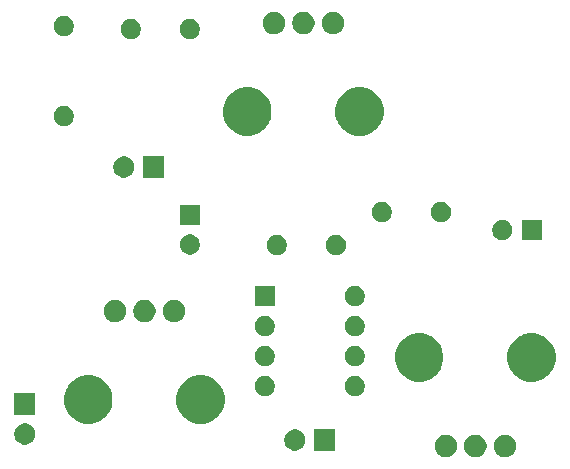
<source format=gbr>
G04 #@! TF.GenerationSoftware,KiCad,Pcbnew,5.1.5-52549c5~84~ubuntu18.04.1*
G04 #@! TF.CreationDate,2020-03-24T22:40:52-05:00*
G04 #@! TF.ProjectId,lm386-guitaramp,6c6d3338-362d-4677-9569-746172616d70,rev?*
G04 #@! TF.SameCoordinates,Original*
G04 #@! TF.FileFunction,Soldermask,Top*
G04 #@! TF.FilePolarity,Negative*
%FSLAX46Y46*%
G04 Gerber Fmt 4.6, Leading zero omitted, Abs format (unit mm)*
G04 Created by KiCad (PCBNEW 5.1.5-52549c5~84~ubuntu18.04.1) date 2020-03-24 22:40:52*
%MOMM*%
%LPD*%
G04 APERTURE LIST*
%ADD10C,0.100000*%
G04 APERTURE END LIST*
D10*
G36*
X247499395Y-137769546D02*
G01*
X247672466Y-137841234D01*
X247672467Y-137841235D01*
X247828227Y-137945310D01*
X247960690Y-138077773D01*
X247967028Y-138087259D01*
X248064766Y-138233534D01*
X248136454Y-138406605D01*
X248173000Y-138590333D01*
X248173000Y-138777667D01*
X248136454Y-138961395D01*
X248064766Y-139134466D01*
X248064765Y-139134467D01*
X247960690Y-139290227D01*
X247828227Y-139422690D01*
X247749818Y-139475081D01*
X247672466Y-139526766D01*
X247499395Y-139598454D01*
X247315667Y-139635000D01*
X247128333Y-139635000D01*
X246944605Y-139598454D01*
X246771534Y-139526766D01*
X246694182Y-139475081D01*
X246615773Y-139422690D01*
X246483310Y-139290227D01*
X246379235Y-139134467D01*
X246379234Y-139134466D01*
X246307546Y-138961395D01*
X246271000Y-138777667D01*
X246271000Y-138590333D01*
X246307546Y-138406605D01*
X246379234Y-138233534D01*
X246476972Y-138087259D01*
X246483310Y-138077773D01*
X246615773Y-137945310D01*
X246771533Y-137841235D01*
X246771534Y-137841234D01*
X246944605Y-137769546D01*
X247128333Y-137733000D01*
X247315667Y-137733000D01*
X247499395Y-137769546D01*
G37*
G36*
X249999395Y-137769546D02*
G01*
X250172466Y-137841234D01*
X250172467Y-137841235D01*
X250328227Y-137945310D01*
X250460690Y-138077773D01*
X250467028Y-138087259D01*
X250564766Y-138233534D01*
X250636454Y-138406605D01*
X250673000Y-138590333D01*
X250673000Y-138777667D01*
X250636454Y-138961395D01*
X250564766Y-139134466D01*
X250564765Y-139134467D01*
X250460690Y-139290227D01*
X250328227Y-139422690D01*
X250249818Y-139475081D01*
X250172466Y-139526766D01*
X249999395Y-139598454D01*
X249815667Y-139635000D01*
X249628333Y-139635000D01*
X249444605Y-139598454D01*
X249271534Y-139526766D01*
X249194182Y-139475081D01*
X249115773Y-139422690D01*
X248983310Y-139290227D01*
X248879235Y-139134467D01*
X248879234Y-139134466D01*
X248807546Y-138961395D01*
X248771000Y-138777667D01*
X248771000Y-138590333D01*
X248807546Y-138406605D01*
X248879234Y-138233534D01*
X248976972Y-138087259D01*
X248983310Y-138077773D01*
X249115773Y-137945310D01*
X249271533Y-137841235D01*
X249271534Y-137841234D01*
X249444605Y-137769546D01*
X249628333Y-137733000D01*
X249815667Y-137733000D01*
X249999395Y-137769546D01*
G37*
G36*
X252499395Y-137769546D02*
G01*
X252672466Y-137841234D01*
X252672467Y-137841235D01*
X252828227Y-137945310D01*
X252960690Y-138077773D01*
X252967028Y-138087259D01*
X253064766Y-138233534D01*
X253136454Y-138406605D01*
X253173000Y-138590333D01*
X253173000Y-138777667D01*
X253136454Y-138961395D01*
X253064766Y-139134466D01*
X253064765Y-139134467D01*
X252960690Y-139290227D01*
X252828227Y-139422690D01*
X252749818Y-139475081D01*
X252672466Y-139526766D01*
X252499395Y-139598454D01*
X252315667Y-139635000D01*
X252128333Y-139635000D01*
X251944605Y-139598454D01*
X251771534Y-139526766D01*
X251694182Y-139475081D01*
X251615773Y-139422690D01*
X251483310Y-139290227D01*
X251379235Y-139134467D01*
X251379234Y-139134466D01*
X251307546Y-138961395D01*
X251271000Y-138777667D01*
X251271000Y-138590333D01*
X251307546Y-138406605D01*
X251379234Y-138233534D01*
X251476972Y-138087259D01*
X251483310Y-138077773D01*
X251615773Y-137945310D01*
X251771533Y-137841235D01*
X251771534Y-137841234D01*
X251944605Y-137769546D01*
X252128333Y-137733000D01*
X252315667Y-137733000D01*
X252499395Y-137769546D01*
G37*
G36*
X237883000Y-139077000D02*
G01*
X236081000Y-139077000D01*
X236081000Y-137275000D01*
X237883000Y-137275000D01*
X237883000Y-139077000D01*
G37*
G36*
X234555512Y-137279927D02*
G01*
X234704812Y-137309624D01*
X234868784Y-137377544D01*
X235016354Y-137476147D01*
X235141853Y-137601646D01*
X235240456Y-137749216D01*
X235308376Y-137913188D01*
X235343000Y-138087259D01*
X235343000Y-138264741D01*
X235308376Y-138438812D01*
X235240456Y-138602784D01*
X235141853Y-138750354D01*
X235016354Y-138875853D01*
X234868784Y-138974456D01*
X234704812Y-139042376D01*
X234555512Y-139072073D01*
X234530742Y-139077000D01*
X234353258Y-139077000D01*
X234328488Y-139072073D01*
X234179188Y-139042376D01*
X234015216Y-138974456D01*
X233867646Y-138875853D01*
X233742147Y-138750354D01*
X233643544Y-138602784D01*
X233575624Y-138438812D01*
X233541000Y-138264741D01*
X233541000Y-138087259D01*
X233575624Y-137913188D01*
X233643544Y-137749216D01*
X233742147Y-137601646D01*
X233867646Y-137476147D01*
X234015216Y-137377544D01*
X234179188Y-137309624D01*
X234328488Y-137279927D01*
X234353258Y-137275000D01*
X234530742Y-137275000D01*
X234555512Y-137279927D01*
G37*
G36*
X211695512Y-136771927D02*
G01*
X211844812Y-136801624D01*
X212008784Y-136869544D01*
X212156354Y-136968147D01*
X212281853Y-137093646D01*
X212380456Y-137241216D01*
X212448376Y-137405188D01*
X212483000Y-137579259D01*
X212483000Y-137756741D01*
X212448376Y-137930812D01*
X212380456Y-138094784D01*
X212281853Y-138242354D01*
X212156354Y-138367853D01*
X212008784Y-138466456D01*
X211844812Y-138534376D01*
X211695512Y-138564073D01*
X211670742Y-138569000D01*
X211493258Y-138569000D01*
X211468488Y-138564073D01*
X211319188Y-138534376D01*
X211155216Y-138466456D01*
X211007646Y-138367853D01*
X210882147Y-138242354D01*
X210783544Y-138094784D01*
X210715624Y-137930812D01*
X210681000Y-137756741D01*
X210681000Y-137579259D01*
X210715624Y-137405188D01*
X210783544Y-137241216D01*
X210882147Y-137093646D01*
X211007646Y-136968147D01*
X211155216Y-136869544D01*
X211319188Y-136801624D01*
X211468488Y-136771927D01*
X211493258Y-136767000D01*
X211670742Y-136767000D01*
X211695512Y-136771927D01*
G37*
G36*
X227050254Y-132781818D02*
G01*
X227423511Y-132936426D01*
X227423513Y-132936427D01*
X227759436Y-133160884D01*
X228045116Y-133446564D01*
X228206316Y-133687816D01*
X228269574Y-133782489D01*
X228424182Y-134155746D01*
X228503000Y-134551993D01*
X228503000Y-134956007D01*
X228424182Y-135352254D01*
X228269574Y-135725511D01*
X228269573Y-135725513D01*
X228045116Y-136061436D01*
X227759436Y-136347116D01*
X227423513Y-136571573D01*
X227423512Y-136571574D01*
X227423511Y-136571574D01*
X227050254Y-136726182D01*
X226654007Y-136805000D01*
X226249993Y-136805000D01*
X225853746Y-136726182D01*
X225480489Y-136571574D01*
X225480488Y-136571574D01*
X225480487Y-136571573D01*
X225144564Y-136347116D01*
X224858884Y-136061436D01*
X224634427Y-135725513D01*
X224634426Y-135725511D01*
X224479818Y-135352254D01*
X224401000Y-134956007D01*
X224401000Y-134551993D01*
X224479818Y-134155746D01*
X224634426Y-133782489D01*
X224697685Y-133687816D01*
X224858884Y-133446564D01*
X225144564Y-133160884D01*
X225480487Y-132936427D01*
X225480489Y-132936426D01*
X225853746Y-132781818D01*
X226249993Y-132703000D01*
X226654007Y-132703000D01*
X227050254Y-132781818D01*
G37*
G36*
X217550254Y-132781818D02*
G01*
X217923511Y-132936426D01*
X217923513Y-132936427D01*
X218259436Y-133160884D01*
X218545116Y-133446564D01*
X218706316Y-133687816D01*
X218769574Y-133782489D01*
X218924182Y-134155746D01*
X219003000Y-134551993D01*
X219003000Y-134956007D01*
X218924182Y-135352254D01*
X218769574Y-135725511D01*
X218769573Y-135725513D01*
X218545116Y-136061436D01*
X218259436Y-136347116D01*
X217923513Y-136571573D01*
X217923512Y-136571574D01*
X217923511Y-136571574D01*
X217550254Y-136726182D01*
X217154007Y-136805000D01*
X216749993Y-136805000D01*
X216353746Y-136726182D01*
X215980489Y-136571574D01*
X215980488Y-136571574D01*
X215980487Y-136571573D01*
X215644564Y-136347116D01*
X215358884Y-136061436D01*
X215134427Y-135725513D01*
X215134426Y-135725511D01*
X214979818Y-135352254D01*
X214901000Y-134956007D01*
X214901000Y-134551993D01*
X214979818Y-134155746D01*
X215134426Y-133782489D01*
X215197685Y-133687816D01*
X215358884Y-133446564D01*
X215644564Y-133160884D01*
X215980487Y-132936427D01*
X215980489Y-132936426D01*
X216353746Y-132781818D01*
X216749993Y-132703000D01*
X217154007Y-132703000D01*
X217550254Y-132781818D01*
G37*
G36*
X212483000Y-136029000D02*
G01*
X210681000Y-136029000D01*
X210681000Y-134227000D01*
X212483000Y-134227000D01*
X212483000Y-136029000D01*
G37*
G36*
X239770228Y-132785703D02*
G01*
X239925100Y-132849853D01*
X240064481Y-132942985D01*
X240183015Y-133061519D01*
X240276147Y-133200900D01*
X240340297Y-133355772D01*
X240373000Y-133520184D01*
X240373000Y-133687816D01*
X240340297Y-133852228D01*
X240276147Y-134007100D01*
X240183015Y-134146481D01*
X240064481Y-134265015D01*
X239925100Y-134358147D01*
X239770228Y-134422297D01*
X239605816Y-134455000D01*
X239438184Y-134455000D01*
X239273772Y-134422297D01*
X239118900Y-134358147D01*
X238979519Y-134265015D01*
X238860985Y-134146481D01*
X238767853Y-134007100D01*
X238703703Y-133852228D01*
X238671000Y-133687816D01*
X238671000Y-133520184D01*
X238703703Y-133355772D01*
X238767853Y-133200900D01*
X238860985Y-133061519D01*
X238979519Y-132942985D01*
X239118900Y-132849853D01*
X239273772Y-132785703D01*
X239438184Y-132753000D01*
X239605816Y-132753000D01*
X239770228Y-132785703D01*
G37*
G36*
X232150228Y-132785703D02*
G01*
X232305100Y-132849853D01*
X232444481Y-132942985D01*
X232563015Y-133061519D01*
X232656147Y-133200900D01*
X232720297Y-133355772D01*
X232753000Y-133520184D01*
X232753000Y-133687816D01*
X232720297Y-133852228D01*
X232656147Y-134007100D01*
X232563015Y-134146481D01*
X232444481Y-134265015D01*
X232305100Y-134358147D01*
X232150228Y-134422297D01*
X231985816Y-134455000D01*
X231818184Y-134455000D01*
X231653772Y-134422297D01*
X231498900Y-134358147D01*
X231359519Y-134265015D01*
X231240985Y-134146481D01*
X231147853Y-134007100D01*
X231083703Y-133852228D01*
X231051000Y-133687816D01*
X231051000Y-133520184D01*
X231083703Y-133355772D01*
X231147853Y-133200900D01*
X231240985Y-133061519D01*
X231359519Y-132942985D01*
X231498900Y-132849853D01*
X231653772Y-132785703D01*
X231818184Y-132753000D01*
X231985816Y-132753000D01*
X232150228Y-132785703D01*
G37*
G36*
X245570254Y-129211818D02*
G01*
X245885258Y-129342297D01*
X245943513Y-129366427D01*
X245956343Y-129375000D01*
X246279436Y-129590884D01*
X246565116Y-129876564D01*
X246789574Y-130212489D01*
X246944182Y-130585746D01*
X247023000Y-130981993D01*
X247023000Y-131386007D01*
X246944182Y-131782254D01*
X246789574Y-132155511D01*
X246789573Y-132155513D01*
X246565116Y-132491436D01*
X246279436Y-132777116D01*
X245943513Y-133001573D01*
X245943512Y-133001574D01*
X245943511Y-133001574D01*
X245570254Y-133156182D01*
X245174007Y-133235000D01*
X244769993Y-133235000D01*
X244373746Y-133156182D01*
X244000489Y-133001574D01*
X244000488Y-133001574D01*
X244000487Y-133001573D01*
X243664564Y-132777116D01*
X243378884Y-132491436D01*
X243154427Y-132155513D01*
X243154426Y-132155511D01*
X242999818Y-131782254D01*
X242921000Y-131386007D01*
X242921000Y-130981993D01*
X242999818Y-130585746D01*
X243154426Y-130212489D01*
X243378884Y-129876564D01*
X243664564Y-129590884D01*
X243987657Y-129375000D01*
X244000487Y-129366427D01*
X244058742Y-129342297D01*
X244373746Y-129211818D01*
X244769993Y-129133000D01*
X245174007Y-129133000D01*
X245570254Y-129211818D01*
G37*
G36*
X255070254Y-129211818D02*
G01*
X255385258Y-129342297D01*
X255443513Y-129366427D01*
X255456343Y-129375000D01*
X255779436Y-129590884D01*
X256065116Y-129876564D01*
X256289574Y-130212489D01*
X256444182Y-130585746D01*
X256523000Y-130981993D01*
X256523000Y-131386007D01*
X256444182Y-131782254D01*
X256289574Y-132155511D01*
X256289573Y-132155513D01*
X256065116Y-132491436D01*
X255779436Y-132777116D01*
X255443513Y-133001573D01*
X255443512Y-133001574D01*
X255443511Y-133001574D01*
X255070254Y-133156182D01*
X254674007Y-133235000D01*
X254269993Y-133235000D01*
X253873746Y-133156182D01*
X253500489Y-133001574D01*
X253500488Y-133001574D01*
X253500487Y-133001573D01*
X253164564Y-132777116D01*
X252878884Y-132491436D01*
X252654427Y-132155513D01*
X252654426Y-132155511D01*
X252499818Y-131782254D01*
X252421000Y-131386007D01*
X252421000Y-130981993D01*
X252499818Y-130585746D01*
X252654426Y-130212489D01*
X252878884Y-129876564D01*
X253164564Y-129590884D01*
X253487657Y-129375000D01*
X253500487Y-129366427D01*
X253558742Y-129342297D01*
X253873746Y-129211818D01*
X254269993Y-129133000D01*
X254674007Y-129133000D01*
X255070254Y-129211818D01*
G37*
G36*
X232150228Y-130245703D02*
G01*
X232305100Y-130309853D01*
X232444481Y-130402985D01*
X232563015Y-130521519D01*
X232656147Y-130660900D01*
X232720297Y-130815772D01*
X232753000Y-130980184D01*
X232753000Y-131147816D01*
X232720297Y-131312228D01*
X232656147Y-131467100D01*
X232563015Y-131606481D01*
X232444481Y-131725015D01*
X232305100Y-131818147D01*
X232150228Y-131882297D01*
X231985816Y-131915000D01*
X231818184Y-131915000D01*
X231653772Y-131882297D01*
X231498900Y-131818147D01*
X231359519Y-131725015D01*
X231240985Y-131606481D01*
X231147853Y-131467100D01*
X231083703Y-131312228D01*
X231051000Y-131147816D01*
X231051000Y-130980184D01*
X231083703Y-130815772D01*
X231147853Y-130660900D01*
X231240985Y-130521519D01*
X231359519Y-130402985D01*
X231498900Y-130309853D01*
X231653772Y-130245703D01*
X231818184Y-130213000D01*
X231985816Y-130213000D01*
X232150228Y-130245703D01*
G37*
G36*
X239770228Y-130245703D02*
G01*
X239925100Y-130309853D01*
X240064481Y-130402985D01*
X240183015Y-130521519D01*
X240276147Y-130660900D01*
X240340297Y-130815772D01*
X240373000Y-130980184D01*
X240373000Y-131147816D01*
X240340297Y-131312228D01*
X240276147Y-131467100D01*
X240183015Y-131606481D01*
X240064481Y-131725015D01*
X239925100Y-131818147D01*
X239770228Y-131882297D01*
X239605816Y-131915000D01*
X239438184Y-131915000D01*
X239273772Y-131882297D01*
X239118900Y-131818147D01*
X238979519Y-131725015D01*
X238860985Y-131606481D01*
X238767853Y-131467100D01*
X238703703Y-131312228D01*
X238671000Y-131147816D01*
X238671000Y-130980184D01*
X238703703Y-130815772D01*
X238767853Y-130660900D01*
X238860985Y-130521519D01*
X238979519Y-130402985D01*
X239118900Y-130309853D01*
X239273772Y-130245703D01*
X239438184Y-130213000D01*
X239605816Y-130213000D01*
X239770228Y-130245703D01*
G37*
G36*
X232150228Y-127705703D02*
G01*
X232305100Y-127769853D01*
X232444481Y-127862985D01*
X232563015Y-127981519D01*
X232656147Y-128120900D01*
X232720297Y-128275772D01*
X232753000Y-128440184D01*
X232753000Y-128607816D01*
X232720297Y-128772228D01*
X232656147Y-128927100D01*
X232563015Y-129066481D01*
X232444481Y-129185015D01*
X232305100Y-129278147D01*
X232150228Y-129342297D01*
X231985816Y-129375000D01*
X231818184Y-129375000D01*
X231653772Y-129342297D01*
X231498900Y-129278147D01*
X231359519Y-129185015D01*
X231240985Y-129066481D01*
X231147853Y-128927100D01*
X231083703Y-128772228D01*
X231051000Y-128607816D01*
X231051000Y-128440184D01*
X231083703Y-128275772D01*
X231147853Y-128120900D01*
X231240985Y-127981519D01*
X231359519Y-127862985D01*
X231498900Y-127769853D01*
X231653772Y-127705703D01*
X231818184Y-127673000D01*
X231985816Y-127673000D01*
X232150228Y-127705703D01*
G37*
G36*
X239770228Y-127705703D02*
G01*
X239925100Y-127769853D01*
X240064481Y-127862985D01*
X240183015Y-127981519D01*
X240276147Y-128120900D01*
X240340297Y-128275772D01*
X240373000Y-128440184D01*
X240373000Y-128607816D01*
X240340297Y-128772228D01*
X240276147Y-128927100D01*
X240183015Y-129066481D01*
X240064481Y-129185015D01*
X239925100Y-129278147D01*
X239770228Y-129342297D01*
X239605816Y-129375000D01*
X239438184Y-129375000D01*
X239273772Y-129342297D01*
X239118900Y-129278147D01*
X238979519Y-129185015D01*
X238860985Y-129066481D01*
X238767853Y-128927100D01*
X238703703Y-128772228D01*
X238671000Y-128607816D01*
X238671000Y-128440184D01*
X238703703Y-128275772D01*
X238767853Y-128120900D01*
X238860985Y-127981519D01*
X238979519Y-127862985D01*
X239118900Y-127769853D01*
X239273772Y-127705703D01*
X239438184Y-127673000D01*
X239605816Y-127673000D01*
X239770228Y-127705703D01*
G37*
G36*
X221979395Y-126339546D02*
G01*
X222152466Y-126411234D01*
X222152467Y-126411235D01*
X222308227Y-126515310D01*
X222440690Y-126647773D01*
X222440691Y-126647775D01*
X222544766Y-126803534D01*
X222616454Y-126976605D01*
X222653000Y-127160333D01*
X222653000Y-127347667D01*
X222616454Y-127531395D01*
X222544766Y-127704466D01*
X222544765Y-127704467D01*
X222440690Y-127860227D01*
X222308227Y-127992690D01*
X222229818Y-128045081D01*
X222152466Y-128096766D01*
X221979395Y-128168454D01*
X221795667Y-128205000D01*
X221608333Y-128205000D01*
X221424605Y-128168454D01*
X221251534Y-128096766D01*
X221174182Y-128045081D01*
X221095773Y-127992690D01*
X220963310Y-127860227D01*
X220859235Y-127704467D01*
X220859234Y-127704466D01*
X220787546Y-127531395D01*
X220751000Y-127347667D01*
X220751000Y-127160333D01*
X220787546Y-126976605D01*
X220859234Y-126803534D01*
X220963309Y-126647775D01*
X220963310Y-126647773D01*
X221095773Y-126515310D01*
X221251533Y-126411235D01*
X221251534Y-126411234D01*
X221424605Y-126339546D01*
X221608333Y-126303000D01*
X221795667Y-126303000D01*
X221979395Y-126339546D01*
G37*
G36*
X224479395Y-126339546D02*
G01*
X224652466Y-126411234D01*
X224652467Y-126411235D01*
X224808227Y-126515310D01*
X224940690Y-126647773D01*
X224940691Y-126647775D01*
X225044766Y-126803534D01*
X225116454Y-126976605D01*
X225153000Y-127160333D01*
X225153000Y-127347667D01*
X225116454Y-127531395D01*
X225044766Y-127704466D01*
X225044765Y-127704467D01*
X224940690Y-127860227D01*
X224808227Y-127992690D01*
X224729818Y-128045081D01*
X224652466Y-128096766D01*
X224479395Y-128168454D01*
X224295667Y-128205000D01*
X224108333Y-128205000D01*
X223924605Y-128168454D01*
X223751534Y-128096766D01*
X223674182Y-128045081D01*
X223595773Y-127992690D01*
X223463310Y-127860227D01*
X223359235Y-127704467D01*
X223359234Y-127704466D01*
X223287546Y-127531395D01*
X223251000Y-127347667D01*
X223251000Y-127160333D01*
X223287546Y-126976605D01*
X223359234Y-126803534D01*
X223463309Y-126647775D01*
X223463310Y-126647773D01*
X223595773Y-126515310D01*
X223751533Y-126411235D01*
X223751534Y-126411234D01*
X223924605Y-126339546D01*
X224108333Y-126303000D01*
X224295667Y-126303000D01*
X224479395Y-126339546D01*
G37*
G36*
X219479395Y-126339546D02*
G01*
X219652466Y-126411234D01*
X219652467Y-126411235D01*
X219808227Y-126515310D01*
X219940690Y-126647773D01*
X219940691Y-126647775D01*
X220044766Y-126803534D01*
X220116454Y-126976605D01*
X220153000Y-127160333D01*
X220153000Y-127347667D01*
X220116454Y-127531395D01*
X220044766Y-127704466D01*
X220044765Y-127704467D01*
X219940690Y-127860227D01*
X219808227Y-127992690D01*
X219729818Y-128045081D01*
X219652466Y-128096766D01*
X219479395Y-128168454D01*
X219295667Y-128205000D01*
X219108333Y-128205000D01*
X218924605Y-128168454D01*
X218751534Y-128096766D01*
X218674182Y-128045081D01*
X218595773Y-127992690D01*
X218463310Y-127860227D01*
X218359235Y-127704467D01*
X218359234Y-127704466D01*
X218287546Y-127531395D01*
X218251000Y-127347667D01*
X218251000Y-127160333D01*
X218287546Y-126976605D01*
X218359234Y-126803534D01*
X218463309Y-126647775D01*
X218463310Y-126647773D01*
X218595773Y-126515310D01*
X218751533Y-126411235D01*
X218751534Y-126411234D01*
X218924605Y-126339546D01*
X219108333Y-126303000D01*
X219295667Y-126303000D01*
X219479395Y-126339546D01*
G37*
G36*
X239770228Y-125165703D02*
G01*
X239925100Y-125229853D01*
X240064481Y-125322985D01*
X240183015Y-125441519D01*
X240276147Y-125580900D01*
X240340297Y-125735772D01*
X240373000Y-125900184D01*
X240373000Y-126067816D01*
X240340297Y-126232228D01*
X240276147Y-126387100D01*
X240183015Y-126526481D01*
X240064481Y-126645015D01*
X239925100Y-126738147D01*
X239770228Y-126802297D01*
X239605816Y-126835000D01*
X239438184Y-126835000D01*
X239273772Y-126802297D01*
X239118900Y-126738147D01*
X238979519Y-126645015D01*
X238860985Y-126526481D01*
X238767853Y-126387100D01*
X238703703Y-126232228D01*
X238671000Y-126067816D01*
X238671000Y-125900184D01*
X238703703Y-125735772D01*
X238767853Y-125580900D01*
X238860985Y-125441519D01*
X238979519Y-125322985D01*
X239118900Y-125229853D01*
X239273772Y-125165703D01*
X239438184Y-125133000D01*
X239605816Y-125133000D01*
X239770228Y-125165703D01*
G37*
G36*
X232753000Y-126835000D02*
G01*
X231051000Y-126835000D01*
X231051000Y-125133000D01*
X232753000Y-125133000D01*
X232753000Y-126835000D01*
G37*
G36*
X238166228Y-120847703D02*
G01*
X238321100Y-120911853D01*
X238460481Y-121004985D01*
X238579015Y-121123519D01*
X238672147Y-121262900D01*
X238736297Y-121417772D01*
X238769000Y-121582184D01*
X238769000Y-121749816D01*
X238736297Y-121914228D01*
X238672147Y-122069100D01*
X238579015Y-122208481D01*
X238460481Y-122327015D01*
X238321100Y-122420147D01*
X238166228Y-122484297D01*
X238001816Y-122517000D01*
X237834184Y-122517000D01*
X237669772Y-122484297D01*
X237514900Y-122420147D01*
X237375519Y-122327015D01*
X237256985Y-122208481D01*
X237163853Y-122069100D01*
X237099703Y-121914228D01*
X237067000Y-121749816D01*
X237067000Y-121582184D01*
X237099703Y-121417772D01*
X237163853Y-121262900D01*
X237256985Y-121123519D01*
X237375519Y-121004985D01*
X237514900Y-120911853D01*
X237669772Y-120847703D01*
X237834184Y-120815000D01*
X238001816Y-120815000D01*
X238166228Y-120847703D01*
G37*
G36*
X233166228Y-120847703D02*
G01*
X233321100Y-120911853D01*
X233460481Y-121004985D01*
X233579015Y-121123519D01*
X233672147Y-121262900D01*
X233736297Y-121417772D01*
X233769000Y-121582184D01*
X233769000Y-121749816D01*
X233736297Y-121914228D01*
X233672147Y-122069100D01*
X233579015Y-122208481D01*
X233460481Y-122327015D01*
X233321100Y-122420147D01*
X233166228Y-122484297D01*
X233001816Y-122517000D01*
X232834184Y-122517000D01*
X232669772Y-122484297D01*
X232514900Y-122420147D01*
X232375519Y-122327015D01*
X232256985Y-122208481D01*
X232163853Y-122069100D01*
X232099703Y-121914228D01*
X232067000Y-121749816D01*
X232067000Y-121582184D01*
X232099703Y-121417772D01*
X232163853Y-121262900D01*
X232256985Y-121123519D01*
X232375519Y-121004985D01*
X232514900Y-120911853D01*
X232669772Y-120847703D01*
X232834184Y-120815000D01*
X233001816Y-120815000D01*
X233166228Y-120847703D01*
G37*
G36*
X225800228Y-120807703D02*
G01*
X225955100Y-120871853D01*
X226094481Y-120964985D01*
X226213015Y-121083519D01*
X226306147Y-121222900D01*
X226370297Y-121377772D01*
X226403000Y-121542184D01*
X226403000Y-121709816D01*
X226370297Y-121874228D01*
X226306147Y-122029100D01*
X226213015Y-122168481D01*
X226094481Y-122287015D01*
X225955100Y-122380147D01*
X225800228Y-122444297D01*
X225635816Y-122477000D01*
X225468184Y-122477000D01*
X225303772Y-122444297D01*
X225148900Y-122380147D01*
X225009519Y-122287015D01*
X224890985Y-122168481D01*
X224797853Y-122029100D01*
X224733703Y-121874228D01*
X224701000Y-121709816D01*
X224701000Y-121542184D01*
X224733703Y-121377772D01*
X224797853Y-121222900D01*
X224890985Y-121083519D01*
X225009519Y-120964985D01*
X225148900Y-120871853D01*
X225303772Y-120807703D01*
X225468184Y-120775000D01*
X225635816Y-120775000D01*
X225800228Y-120807703D01*
G37*
G36*
X252256228Y-119577703D02*
G01*
X252411100Y-119641853D01*
X252550481Y-119734985D01*
X252669015Y-119853519D01*
X252762147Y-119992900D01*
X252826297Y-120147772D01*
X252859000Y-120312184D01*
X252859000Y-120479816D01*
X252826297Y-120644228D01*
X252762147Y-120799100D01*
X252669015Y-120938481D01*
X252550481Y-121057015D01*
X252411100Y-121150147D01*
X252256228Y-121214297D01*
X252091816Y-121247000D01*
X251924184Y-121247000D01*
X251759772Y-121214297D01*
X251604900Y-121150147D01*
X251465519Y-121057015D01*
X251346985Y-120938481D01*
X251253853Y-120799100D01*
X251189703Y-120644228D01*
X251157000Y-120479816D01*
X251157000Y-120312184D01*
X251189703Y-120147772D01*
X251253853Y-119992900D01*
X251346985Y-119853519D01*
X251465519Y-119734985D01*
X251604900Y-119641853D01*
X251759772Y-119577703D01*
X251924184Y-119545000D01*
X252091816Y-119545000D01*
X252256228Y-119577703D01*
G37*
G36*
X255359000Y-121247000D02*
G01*
X253657000Y-121247000D01*
X253657000Y-119545000D01*
X255359000Y-119545000D01*
X255359000Y-121247000D01*
G37*
G36*
X226403000Y-119977000D02*
G01*
X224701000Y-119977000D01*
X224701000Y-118275000D01*
X226403000Y-118275000D01*
X226403000Y-119977000D01*
G37*
G36*
X242056228Y-118053703D02*
G01*
X242211100Y-118117853D01*
X242350481Y-118210985D01*
X242469015Y-118329519D01*
X242562147Y-118468900D01*
X242626297Y-118623772D01*
X242659000Y-118788184D01*
X242659000Y-118955816D01*
X242626297Y-119120228D01*
X242562147Y-119275100D01*
X242469015Y-119414481D01*
X242350481Y-119533015D01*
X242211100Y-119626147D01*
X242056228Y-119690297D01*
X241891816Y-119723000D01*
X241724184Y-119723000D01*
X241559772Y-119690297D01*
X241404900Y-119626147D01*
X241265519Y-119533015D01*
X241146985Y-119414481D01*
X241053853Y-119275100D01*
X240989703Y-119120228D01*
X240957000Y-118955816D01*
X240957000Y-118788184D01*
X240989703Y-118623772D01*
X241053853Y-118468900D01*
X241146985Y-118329519D01*
X241265519Y-118210985D01*
X241404900Y-118117853D01*
X241559772Y-118053703D01*
X241724184Y-118021000D01*
X241891816Y-118021000D01*
X242056228Y-118053703D01*
G37*
G36*
X247056228Y-118053703D02*
G01*
X247211100Y-118117853D01*
X247350481Y-118210985D01*
X247469015Y-118329519D01*
X247562147Y-118468900D01*
X247626297Y-118623772D01*
X247659000Y-118788184D01*
X247659000Y-118955816D01*
X247626297Y-119120228D01*
X247562147Y-119275100D01*
X247469015Y-119414481D01*
X247350481Y-119533015D01*
X247211100Y-119626147D01*
X247056228Y-119690297D01*
X246891816Y-119723000D01*
X246724184Y-119723000D01*
X246559772Y-119690297D01*
X246404900Y-119626147D01*
X246265519Y-119533015D01*
X246146985Y-119414481D01*
X246053853Y-119275100D01*
X245989703Y-119120228D01*
X245957000Y-118955816D01*
X245957000Y-118788184D01*
X245989703Y-118623772D01*
X246053853Y-118468900D01*
X246146985Y-118329519D01*
X246265519Y-118210985D01*
X246404900Y-118117853D01*
X246559772Y-118053703D01*
X246724184Y-118021000D01*
X246891816Y-118021000D01*
X247056228Y-118053703D01*
G37*
G36*
X220077512Y-114165927D02*
G01*
X220226812Y-114195624D01*
X220390784Y-114263544D01*
X220538354Y-114362147D01*
X220663853Y-114487646D01*
X220762456Y-114635216D01*
X220830376Y-114799188D01*
X220865000Y-114973259D01*
X220865000Y-115150741D01*
X220830376Y-115324812D01*
X220762456Y-115488784D01*
X220663853Y-115636354D01*
X220538354Y-115761853D01*
X220390784Y-115860456D01*
X220226812Y-115928376D01*
X220077512Y-115958073D01*
X220052742Y-115963000D01*
X219875258Y-115963000D01*
X219850488Y-115958073D01*
X219701188Y-115928376D01*
X219537216Y-115860456D01*
X219389646Y-115761853D01*
X219264147Y-115636354D01*
X219165544Y-115488784D01*
X219097624Y-115324812D01*
X219063000Y-115150741D01*
X219063000Y-114973259D01*
X219097624Y-114799188D01*
X219165544Y-114635216D01*
X219264147Y-114487646D01*
X219389646Y-114362147D01*
X219537216Y-114263544D01*
X219701188Y-114195624D01*
X219850488Y-114165927D01*
X219875258Y-114161000D01*
X220052742Y-114161000D01*
X220077512Y-114165927D01*
G37*
G36*
X223405000Y-115963000D02*
G01*
X221603000Y-115963000D01*
X221603000Y-114161000D01*
X223405000Y-114161000D01*
X223405000Y-115963000D01*
G37*
G36*
X240512254Y-108397818D02*
G01*
X240885511Y-108552426D01*
X240885513Y-108552427D01*
X241221436Y-108776884D01*
X241507116Y-109062564D01*
X241731574Y-109398489D01*
X241886182Y-109771746D01*
X241965000Y-110167993D01*
X241965000Y-110572007D01*
X241886182Y-110968254D01*
X241754368Y-111286481D01*
X241731573Y-111341513D01*
X241507116Y-111677436D01*
X241221436Y-111963116D01*
X240885513Y-112187573D01*
X240885512Y-112187574D01*
X240885511Y-112187574D01*
X240512254Y-112342182D01*
X240116007Y-112421000D01*
X239711993Y-112421000D01*
X239315746Y-112342182D01*
X238942489Y-112187574D01*
X238942488Y-112187574D01*
X238942487Y-112187573D01*
X238606564Y-111963116D01*
X238320884Y-111677436D01*
X238096427Y-111341513D01*
X238073632Y-111286481D01*
X237941818Y-110968254D01*
X237863000Y-110572007D01*
X237863000Y-110167993D01*
X237941818Y-109771746D01*
X238096426Y-109398489D01*
X238320884Y-109062564D01*
X238606564Y-108776884D01*
X238942487Y-108552427D01*
X238942489Y-108552426D01*
X239315746Y-108397818D01*
X239711993Y-108319000D01*
X240116007Y-108319000D01*
X240512254Y-108397818D01*
G37*
G36*
X231012254Y-108397818D02*
G01*
X231385511Y-108552426D01*
X231385513Y-108552427D01*
X231721436Y-108776884D01*
X232007116Y-109062564D01*
X232231574Y-109398489D01*
X232386182Y-109771746D01*
X232465000Y-110167993D01*
X232465000Y-110572007D01*
X232386182Y-110968254D01*
X232254368Y-111286481D01*
X232231573Y-111341513D01*
X232007116Y-111677436D01*
X231721436Y-111963116D01*
X231385513Y-112187573D01*
X231385512Y-112187574D01*
X231385511Y-112187574D01*
X231012254Y-112342182D01*
X230616007Y-112421000D01*
X230211993Y-112421000D01*
X229815746Y-112342182D01*
X229442489Y-112187574D01*
X229442488Y-112187574D01*
X229442487Y-112187573D01*
X229106564Y-111963116D01*
X228820884Y-111677436D01*
X228596427Y-111341513D01*
X228573632Y-111286481D01*
X228441818Y-110968254D01*
X228363000Y-110572007D01*
X228363000Y-110167993D01*
X228441818Y-109771746D01*
X228596426Y-109398489D01*
X228820884Y-109062564D01*
X229106564Y-108776884D01*
X229442487Y-108552427D01*
X229442489Y-108552426D01*
X229815746Y-108397818D01*
X230211993Y-108319000D01*
X230616007Y-108319000D01*
X231012254Y-108397818D01*
G37*
G36*
X215132228Y-109925703D02*
G01*
X215287100Y-109989853D01*
X215426481Y-110082985D01*
X215545015Y-110201519D01*
X215638147Y-110340900D01*
X215702297Y-110495772D01*
X215735000Y-110660184D01*
X215735000Y-110827816D01*
X215702297Y-110992228D01*
X215638147Y-111147100D01*
X215545015Y-111286481D01*
X215426481Y-111405015D01*
X215287100Y-111498147D01*
X215132228Y-111562297D01*
X214967816Y-111595000D01*
X214800184Y-111595000D01*
X214635772Y-111562297D01*
X214480900Y-111498147D01*
X214341519Y-111405015D01*
X214222985Y-111286481D01*
X214129853Y-111147100D01*
X214065703Y-110992228D01*
X214033000Y-110827816D01*
X214033000Y-110660184D01*
X214065703Y-110495772D01*
X214129853Y-110340900D01*
X214222985Y-110201519D01*
X214341519Y-110082985D01*
X214480900Y-109989853D01*
X214635772Y-109925703D01*
X214800184Y-109893000D01*
X214967816Y-109893000D01*
X215132228Y-109925703D01*
G37*
G36*
X220800228Y-102559703D02*
G01*
X220955100Y-102623853D01*
X221094481Y-102716985D01*
X221213015Y-102835519D01*
X221306147Y-102974900D01*
X221370297Y-103129772D01*
X221403000Y-103294184D01*
X221403000Y-103461816D01*
X221370297Y-103626228D01*
X221306147Y-103781100D01*
X221213015Y-103920481D01*
X221094481Y-104039015D01*
X220955100Y-104132147D01*
X220800228Y-104196297D01*
X220635816Y-104229000D01*
X220468184Y-104229000D01*
X220303772Y-104196297D01*
X220148900Y-104132147D01*
X220009519Y-104039015D01*
X219890985Y-103920481D01*
X219797853Y-103781100D01*
X219733703Y-103626228D01*
X219701000Y-103461816D01*
X219701000Y-103294184D01*
X219733703Y-103129772D01*
X219797853Y-102974900D01*
X219890985Y-102835519D01*
X220009519Y-102716985D01*
X220148900Y-102623853D01*
X220303772Y-102559703D01*
X220468184Y-102527000D01*
X220635816Y-102527000D01*
X220800228Y-102559703D01*
G37*
G36*
X225800228Y-102559703D02*
G01*
X225955100Y-102623853D01*
X226094481Y-102716985D01*
X226213015Y-102835519D01*
X226306147Y-102974900D01*
X226370297Y-103129772D01*
X226403000Y-103294184D01*
X226403000Y-103461816D01*
X226370297Y-103626228D01*
X226306147Y-103781100D01*
X226213015Y-103920481D01*
X226094481Y-104039015D01*
X225955100Y-104132147D01*
X225800228Y-104196297D01*
X225635816Y-104229000D01*
X225468184Y-104229000D01*
X225303772Y-104196297D01*
X225148900Y-104132147D01*
X225009519Y-104039015D01*
X224890985Y-103920481D01*
X224797853Y-103781100D01*
X224733703Y-103626228D01*
X224701000Y-103461816D01*
X224701000Y-103294184D01*
X224733703Y-103129772D01*
X224797853Y-102974900D01*
X224890985Y-102835519D01*
X225009519Y-102716985D01*
X225148900Y-102623853D01*
X225303772Y-102559703D01*
X225468184Y-102527000D01*
X225635816Y-102527000D01*
X225800228Y-102559703D01*
G37*
G36*
X215132228Y-102305703D02*
G01*
X215287100Y-102369853D01*
X215426481Y-102462985D01*
X215545015Y-102581519D01*
X215638147Y-102720900D01*
X215702297Y-102875772D01*
X215735000Y-103040184D01*
X215735000Y-103207816D01*
X215702297Y-103372228D01*
X215638147Y-103527100D01*
X215545015Y-103666481D01*
X215426481Y-103785015D01*
X215287100Y-103878147D01*
X215132228Y-103942297D01*
X214967816Y-103975000D01*
X214800184Y-103975000D01*
X214635772Y-103942297D01*
X214480900Y-103878147D01*
X214341519Y-103785015D01*
X214222985Y-103666481D01*
X214129853Y-103527100D01*
X214065703Y-103372228D01*
X214033000Y-103207816D01*
X214033000Y-103040184D01*
X214065703Y-102875772D01*
X214129853Y-102720900D01*
X214222985Y-102581519D01*
X214341519Y-102462985D01*
X214480900Y-102369853D01*
X214635772Y-102305703D01*
X214800184Y-102273000D01*
X214967816Y-102273000D01*
X215132228Y-102305703D01*
G37*
G36*
X232941395Y-101955546D02*
G01*
X233114466Y-102027234D01*
X233114467Y-102027235D01*
X233270227Y-102131310D01*
X233402690Y-102263773D01*
X233430708Y-102305705D01*
X233506766Y-102419534D01*
X233578454Y-102592605D01*
X233615000Y-102776333D01*
X233615000Y-102963667D01*
X233578454Y-103147395D01*
X233506766Y-103320466D01*
X233506765Y-103320467D01*
X233402690Y-103476227D01*
X233270227Y-103608690D01*
X233243979Y-103626228D01*
X233114466Y-103712766D01*
X232941395Y-103784454D01*
X232757667Y-103821000D01*
X232570333Y-103821000D01*
X232386605Y-103784454D01*
X232213534Y-103712766D01*
X232084021Y-103626228D01*
X232057773Y-103608690D01*
X231925310Y-103476227D01*
X231821235Y-103320467D01*
X231821234Y-103320466D01*
X231749546Y-103147395D01*
X231713000Y-102963667D01*
X231713000Y-102776333D01*
X231749546Y-102592605D01*
X231821234Y-102419534D01*
X231897292Y-102305705D01*
X231925310Y-102263773D01*
X232057773Y-102131310D01*
X232213533Y-102027235D01*
X232213534Y-102027234D01*
X232386605Y-101955546D01*
X232570333Y-101919000D01*
X232757667Y-101919000D01*
X232941395Y-101955546D01*
G37*
G36*
X235441395Y-101955546D02*
G01*
X235614466Y-102027234D01*
X235614467Y-102027235D01*
X235770227Y-102131310D01*
X235902690Y-102263773D01*
X235930708Y-102305705D01*
X236006766Y-102419534D01*
X236078454Y-102592605D01*
X236115000Y-102776333D01*
X236115000Y-102963667D01*
X236078454Y-103147395D01*
X236006766Y-103320466D01*
X236006765Y-103320467D01*
X235902690Y-103476227D01*
X235770227Y-103608690D01*
X235743979Y-103626228D01*
X235614466Y-103712766D01*
X235441395Y-103784454D01*
X235257667Y-103821000D01*
X235070333Y-103821000D01*
X234886605Y-103784454D01*
X234713534Y-103712766D01*
X234584021Y-103626228D01*
X234557773Y-103608690D01*
X234425310Y-103476227D01*
X234321235Y-103320467D01*
X234321234Y-103320466D01*
X234249546Y-103147395D01*
X234213000Y-102963667D01*
X234213000Y-102776333D01*
X234249546Y-102592605D01*
X234321234Y-102419534D01*
X234397292Y-102305705D01*
X234425310Y-102263773D01*
X234557773Y-102131310D01*
X234713533Y-102027235D01*
X234713534Y-102027234D01*
X234886605Y-101955546D01*
X235070333Y-101919000D01*
X235257667Y-101919000D01*
X235441395Y-101955546D01*
G37*
G36*
X237941395Y-101955546D02*
G01*
X238114466Y-102027234D01*
X238114467Y-102027235D01*
X238270227Y-102131310D01*
X238402690Y-102263773D01*
X238430708Y-102305705D01*
X238506766Y-102419534D01*
X238578454Y-102592605D01*
X238615000Y-102776333D01*
X238615000Y-102963667D01*
X238578454Y-103147395D01*
X238506766Y-103320466D01*
X238506765Y-103320467D01*
X238402690Y-103476227D01*
X238270227Y-103608690D01*
X238243979Y-103626228D01*
X238114466Y-103712766D01*
X237941395Y-103784454D01*
X237757667Y-103821000D01*
X237570333Y-103821000D01*
X237386605Y-103784454D01*
X237213534Y-103712766D01*
X237084021Y-103626228D01*
X237057773Y-103608690D01*
X236925310Y-103476227D01*
X236821235Y-103320467D01*
X236821234Y-103320466D01*
X236749546Y-103147395D01*
X236713000Y-102963667D01*
X236713000Y-102776333D01*
X236749546Y-102592605D01*
X236821234Y-102419534D01*
X236897292Y-102305705D01*
X236925310Y-102263773D01*
X237057773Y-102131310D01*
X237213533Y-102027235D01*
X237213534Y-102027234D01*
X237386605Y-101955546D01*
X237570333Y-101919000D01*
X237757667Y-101919000D01*
X237941395Y-101955546D01*
G37*
M02*

</source>
